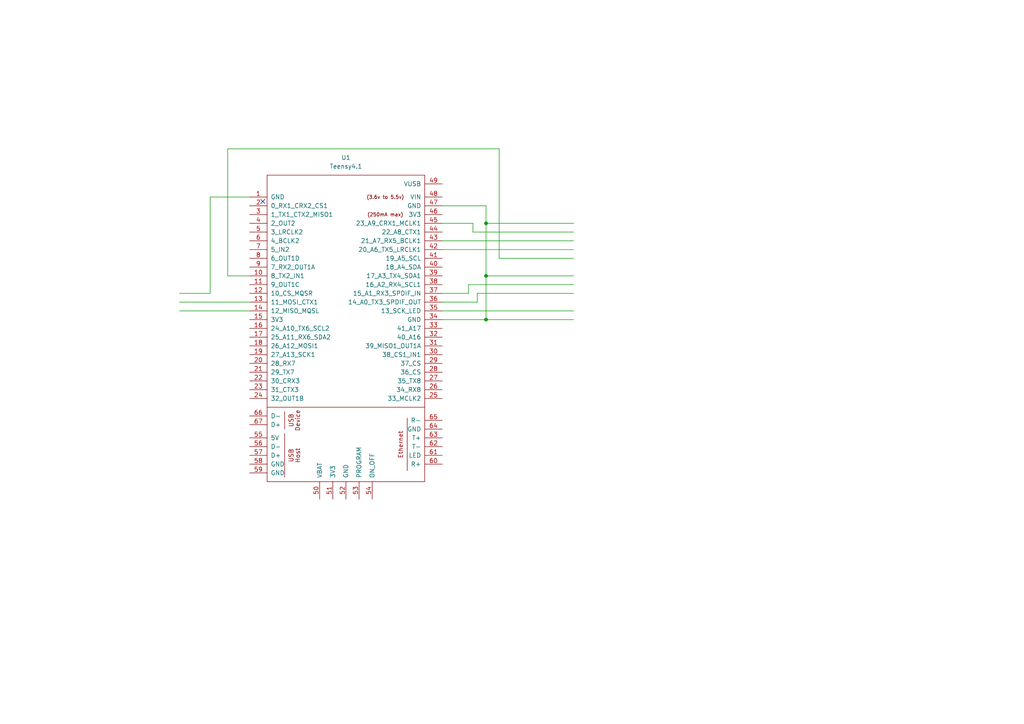
<source format=kicad_sch>
(kicad_sch (version 20250114) (generator "eeschema") (generator_version "9.0")
  (paper "A4")
  (lib_symbols
    (symbol "teensy:Teensy4.1" (pin_names (offset 1.016))
      (property "Reference" "U" (at 0 64.77 0))
      (property "Value" "Teensy4.1" (at 0 62.23 0))
      (symbol "Teensy4.1_0_0"
        (polyline (pts (xy -22.86 -6.35) (xy 22.86 -6.35)))
        (polyline (pts (xy -17.78 -7.62) (xy -17.78 -12.7)))
        (polyline (pts (xy -17.78 -26.67) (xy -17.78 -13.97)))
        (polyline (pts (xy 17.78 -9.525) (xy 17.78 -24.765)))
        (text "USB" (at -15.875 -10.16 900) (effects (font (size 1.27 1.27))))
        (text "USB" (at -15.875 -20.32 900) (effects (font (size 1.27 1.27))))
        (text "Device" (at -13.97 -10.16 900) (effects (font (size 1.27 1.27))))
        (text "Host" (at -13.97 -20.32 900) (effects (font (size 1.27 1.27))))
        (text "(3.6v to 5.5v)" (at 11.43 54.61 0) (effects (font (size 1.016 1.016))))
        (text "(250mA max)" (at 11.43 49.53 0) (effects (font (size 1.016 1.016))))
        (text "Ethernet" (at 15.875 -17.145 900) (effects (font (size 1.27 1.27))))
        (pin bidirectional line (at -27.94 44.45 0) (length 5.08) (name "3_LRCLK2") (number "5"))
        (pin bidirectional line (at -27.94 41.91 0) (length 5.08) (name "4_BCLK2") (number "6"))
        (pin bidirectional line (at -27.94 39.37 0) (length 5.08) (name "5_IN2") (number "7"))
        (pin bidirectional line (at -27.94 36.83 0) (length 5.08) (name "6_OUT1D") (number "8"))
        (pin bidirectional line (at -27.94 34.29 0) (length 5.08) (name "7_RX2_OUT1A") (number "9"))
        (pin bidirectional line (at -27.94 31.75 0) (length 5.08) (name "8_TX2_IN1") (number "10"))
        (pin bidirectional line (at -27.94 29.21 0) (length 5.08) (name "9_OUT1C") (number "11"))
        (pin bidirectional line (at -27.94 26.67 0) (length 5.08) (name "10_CS_MQSR") (number "12"))
        (pin bidirectional line (at -27.94 24.13 0) (length 5.08) (name "11_MOSI_CTX1") (number "13"))
        (pin bidirectional line (at -27.94 21.59 0) (length 5.08) (name "12_MISO_MQSL") (number "14"))
        (pin power_in line (at -27.94 19.05 0) (length 5.08) (name "3V3") (number "15"))
        (pin bidirectional line (at -27.94 16.51 0) (length 5.08) (name "24_A10_TX6_SCL2") (number "16"))
        (pin bidirectional line (at -27.94 13.97 0) (length 5.08) (name "25_A11_RX6_SDA2") (number "17"))
        (pin bidirectional line (at -27.94 11.43 0) (length 5.08) (name "26_A12_MOSI1") (number "18"))
        (pin bidirectional line (at -27.94 8.89 0) (length 5.08) (name "27_A13_SCK1") (number "19"))
        (pin bidirectional line (at -27.94 6.35 0) (length 5.08) (name "28_RX7") (number "20"))
        (pin bidirectional line (at -27.94 3.81 0) (length 5.08) (name "29_TX7") (number "21"))
        (pin bidirectional line (at -27.94 1.27 0) (length 5.08) (name "30_CRX3") (number "22"))
        (pin bidirectional line (at -27.94 -1.27 0) (length 5.08) (name "31_CTX3") (number "23"))
        (pin bidirectional line (at -27.94 -3.81 0) (length 5.08) (name "32_OUT1B") (number "24"))
        (pin bidirectional line (at -27.94 -8.89 0) (length 5.08) (name "D-") (number "66"))
        (pin bidirectional line (at -27.94 -11.43 0) (length 5.08) (name "D+") (number "67"))
        (pin power_out line (at -27.94 -15.24 0) (length 5.08) (name "5V") (number "55"))
        (pin bidirectional line (at -27.94 -17.78 0) (length 5.08) (name "D-") (number "56"))
        (pin bidirectional line (at -27.94 -20.32 0) (length 5.08) (name "D+") (number "57"))
        (pin power_in line (at -27.94 -22.86 0) (length 5.08) (name "GND") (number "58"))
        (pin power_in line (at -27.94 -25.4 0) (length 5.08) (name "GND") (number "59"))
        (pin power_in line (at -7.62 -33.02 90) (length 5.08) (name "VBAT") (number "50"))
        (pin power_in line (at -3.81 -33.02 90) (length 5.08) (name "3V3") (number "51"))
        (pin input line (at 0 -33.02 90) (length 5.08) (name "GND") (number "52"))
        (pin input line (at 3.81 -33.02 90) (length 5.08) (name "PROGRAM") (number "53"))
        (pin input line (at 7.62 -33.02 90) (length 5.08) (name "ON_OFF") (number "54"))
        (pin power_out line (at 27.94 58.42 180) (length 5.08) (name "VUSB") (number "49"))
        (pin power_in line (at 27.94 54.61 180) (length 5.08) (name "VIN") (number "48"))
        (pin output line (at 27.94 52.07 180) (length 5.08) (name "GND") (number "47"))
        (pin output line (at 27.94 49.53 180) (length 5.08) (name "3V3") (number "46"))
        (pin bidirectional line (at 27.94 46.99 180) (length 5.08) (name "23_A9_CRX1_MCLK1") (number "45"))
        (pin bidirectional line (at 27.94 44.45 180) (length 5.08) (name "22_A8_CTX1") (number "44"))
        (pin bidirectional line (at 27.94 41.91 180) (length 5.08) (name "21_A7_RX5_BCLK1") (number "43"))
        (pin bidirectional line (at 27.94 39.37 180) (length 5.08) (name "20_A6_TX5_LRCLK1") (number "42"))
        (pin bidirectional line (at 27.94 36.83 180) (length 5.08) (name "19_A5_SCL") (number "41"))
        (pin bidirectional line (at 27.94 34.29 180) (length 5.08) (name "18_A4_SDA") (number "40"))
        (pin bidirectional line (at 27.94 31.75 180) (length 5.08) (name "17_A3_TX4_SDA1") (number "39"))
        (pin bidirectional line (at 27.94 29.21 180) (length 5.08) (name "16_A2_RX4_SCL1") (number "38"))
        (pin bidirectional line (at 27.94 26.67 180) (length 5.08) (name "15_A1_RX3_SPDIF_IN") (number "37"))
        (pin bidirectional line (at 27.94 24.13 180) (length 5.08) (name "14_A0_TX3_SPDIF_OUT") (number "36"))
        (pin bidirectional line (at 27.94 21.59 180) (length 5.08) (name "13_SCK_LED") (number "35"))
        (pin bidirectional line (at 27.94 16.51 180) (length 5.08) (name "41_A17") (number "33"))
        (pin bidirectional line (at 27.94 13.97 180) (length 5.08) (name "40_A16") (number "32"))
        (pin bidirectional line (at 27.94 11.43 180) (length 5.08) (name "39_MISO1_OUT1A") (number "31"))
        (pin bidirectional line (at 27.94 8.89 180) (length 5.08) (name "38_CS1_IN1") (number "30"))
        (pin bidirectional line (at 27.94 6.35 180) (length 5.08) (name "37_CS") (number "29"))
        (pin bidirectional line (at 27.94 3.81 180) (length 5.08) (name "36_CS") (number "28"))
        (pin bidirectional line (at 27.94 1.27 180) (length 5.08) (name "35_TX8") (number "27"))
        (pin bidirectional line (at 27.94 -1.27 180) (length 5.08) (name "34_RX8") (number "26"))
        (pin bidirectional line (at 27.94 -3.81 180) (length 5.08) (name "33_MCLK2") (number "25"))
        (pin bidirectional line (at 27.94 -10.16 180) (length 5.08) (name "R-") (number "65"))
        (pin power_in line (at 27.94 -12.7 180) (length 5.08) (name "GND") (number "64"))
        (pin bidirectional line (at 27.94 -15.24 180) (length 5.08) (name "T+") (number "63"))
        (pin bidirectional line (at 27.94 -17.78 180) (length 5.08) (name "T-") (number "62"))
        (pin bidirectional line (at 27.94 -20.32 180) (length 5.08) (name "LED") (number "61"))
        (pin bidirectional line (at 27.94 -22.86 180) (length 5.08) (name "R+") (number "60"))
      )
      (symbol "Teensy4.1_0_1"
        (rectangle (start -22.86 60.96) (end 22.86 -27.94))
        (rectangle (start -20.32 -1.27) (end -20.32 -1.27))
      )
      (symbol "Teensy4.1_1_1"
        (pin power_in line (at -27.94 54.61 0) (length 5.08) (name "GND") (number "1"))
        (pin bidirectional line (at -27.94 52.07 0) (length 5.08) (name "0_RX1_CRX2_CS1") (number "2"))
        (pin bidirectional line (at -27.94 49.53 0) (length 5.08) (name "1_TX1_CTX2_MISO1") (number "3"))
        (pin bidirectional line (at -27.94 46.99 0) (length 5.08) (name "2_OUT2") (number "4"))
        (pin power_in line (at 27.94 19.05 180) (length 5.08) (name "GND") (number "34"))
      )
    )
  )
  (junction (at 140.97 80.01))
  (junction (at 140.97 92.71))
  (junction (at 140.97 64.77))
  (no_connect (at 76.2 58.42))
  (wire (pts (xy 52.07 87.63) (xy 72.39 87.63)))
  (wire (pts (xy 128.27 69.85) (xy 166.37 69.85)))
  (wire (pts (xy 128.27 87.63) (xy 138.43 87.63)))
  (wire (pts (xy 140.97 92.71) (xy 166.37 92.71)))
  (wire (pts (xy 137.16 64.77) (xy 137.16 67.31)))
  (wire (pts (xy 140.97 92.71) (xy 128.27 92.71)))
  (wire (pts (xy 128.27 85.09) (xy 135.89 85.09)))
  (wire (pts (xy 144.78 74.93) (xy 166.37 74.93)))
  (wire (pts (xy 137.16 67.31) (xy 166.37 67.31)))
  (wire (pts (xy 144.78 43.18) (xy 144.78 74.93)))
  (wire (pts (xy 140.97 80.01) (xy 166.37 80.01)))
  (wire (pts (xy 60.96 57.15) (xy 60.96 85.09)))
  (wire (pts (xy 135.89 82.55) (xy 166.37 82.55)))
  (wire (pts (xy 140.97 64.77) (xy 140.97 80.01)))
  (wire (pts (xy 135.89 85.09) (xy 135.89 82.55)))
  (wire (pts (xy 128.27 64.77) (xy 137.16 64.77)))
  (wire (pts (xy 128.27 90.17) (xy 166.37 90.17)))
  (wire (pts (xy 138.43 87.63) (xy 138.43 85.09)))
  (wire (pts (xy 140.97 59.69) (xy 140.97 64.77)))
  (wire (pts (xy 128.27 72.39) (xy 166.37 72.39)))
  (wire (pts (xy 52.07 85.09) (xy 60.96 85.09)))
  (wire (pts (xy 66.04 43.18) (xy 144.78 43.18)))
  (wire (pts (xy 128.27 59.69) (xy 140.97 59.69)))
  (wire (pts (xy 72.39 80.01) (xy 66.04 80.01)))
  (wire (pts (xy 66.04 80.01) (xy 66.04 43.18)))
  (wire (pts (xy 52.07 90.17) (xy 72.39 90.17)))
  (wire (pts (xy 72.39 57.15) (xy 60.96 57.15)))
  (wire (pts (xy 140.97 64.77) (xy 166.37 64.77)))
  (wire (pts (xy 140.97 80.01) (xy 140.97 92.71)))
  (wire (pts (xy 138.43 85.09) (xy 166.37 85.09)))
  (symbol (lib_id "teensy:Teensy4.1") (at 100.33 111.76 0) (unit 1)
    (property "Reference" "U1" (at 100.33 45.72 0))
    (property "Value" "Teensy4.1" (at 100.33 48.26 0))
  )
)
</source>
